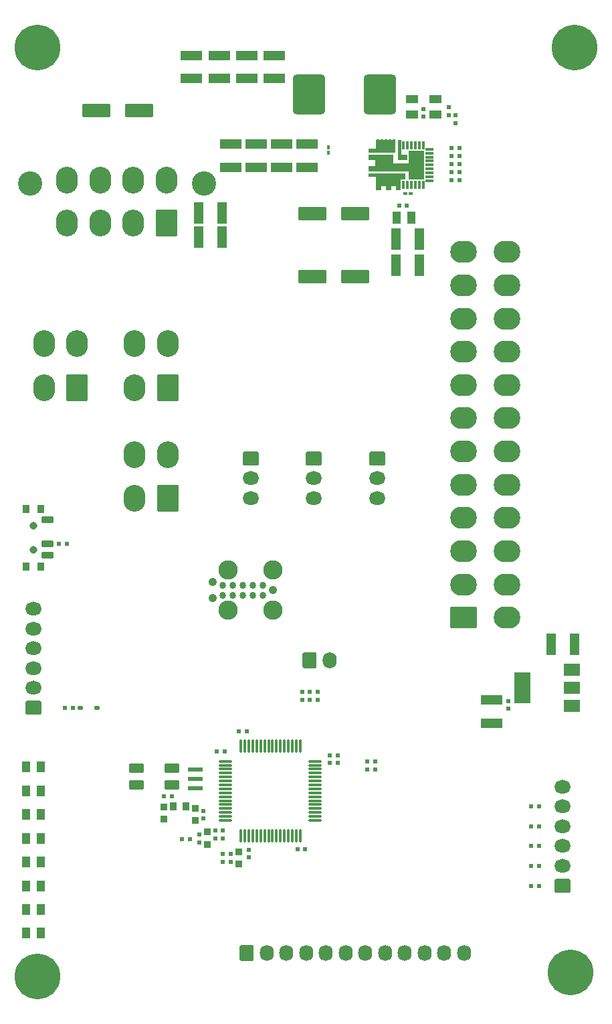
<source format=gts>
%FSLAX23Y23*%
%MOIN*%
%SFA1B1*%

%IPPOS*%
%AMD65*
4,1,8,0.017200,-0.016500,0.017200,0.016500,0.012600,0.021200,-0.012600,0.021200,-0.017200,0.016500,-0.017200,-0.016500,-0.012600,-0.021200,0.012600,-0.021200,0.017200,-0.016500,0.0*
1,1,0.009300,0.012600,-0.016500*
1,1,0.009300,0.012600,0.016500*
1,1,0.009300,-0.012600,0.016500*
1,1,0.009300,-0.012600,-0.016500*
%
%AMD66*
4,1,8,0.031000,-0.011000,0.031000,0.011000,0.026800,0.015300,-0.026800,0.015300,-0.031000,0.011000,-0.031000,-0.011000,-0.026800,-0.015300,0.026800,-0.015300,0.031000,-0.011000,0.0*
1,1,0.008500,0.026800,-0.011000*
1,1,0.008500,0.026800,0.011000*
1,1,0.008500,-0.026800,0.011000*
1,1,0.008500,-0.026800,-0.011000*
%
%AMD68*
4,1,8,-0.009600,-0.010400,0.009600,-0.010400,0.013300,-0.006600,0.013300,0.006600,0.009600,0.010400,-0.009600,0.010400,-0.013300,0.006600,-0.013300,-0.006600,-0.009600,-0.010400,0.0*
1,1,0.007420,-0.009600,-0.006600*
1,1,0.007420,0.009600,-0.006600*
1,1,0.007420,0.009600,0.006600*
1,1,0.007420,-0.009600,0.006600*
%
%AMD73*
4,1,8,0.031200,0.023100,-0.031200,0.023100,-0.035900,0.018400,-0.035900,-0.018400,-0.031200,-0.023100,0.031200,-0.023100,0.035900,-0.018400,0.035900,0.018400,0.031200,0.023100,0.0*
1,1,0.009480,0.031200,0.018400*
1,1,0.009480,-0.031200,0.018400*
1,1,0.009480,-0.031200,-0.018400*
1,1,0.009480,0.031200,-0.018400*
%
%AMD75*
4,1,8,0.029000,0.007400,-0.029000,0.007400,-0.032000,0.004400,-0.032000,-0.004400,-0.029000,-0.007400,0.029000,-0.007400,0.032000,-0.004400,0.032000,0.004400,0.029000,0.007400,0.0*
1,1,0.005940,0.029000,0.004400*
1,1,0.005940,-0.029000,0.004400*
1,1,0.005940,-0.029000,-0.004400*
1,1,0.005940,0.029000,-0.004400*
%
%AMD76*
4,1,8,0.004400,0.032000,-0.004400,0.032000,-0.007400,0.029000,-0.007400,-0.029000,-0.004400,-0.032000,0.004400,-0.032000,0.007400,-0.029000,0.007400,0.029000,0.004400,0.032000,0.0*
1,1,0.005940,0.004400,0.029000*
1,1,0.005940,-0.004400,0.029000*
1,1,0.005940,-0.004400,-0.029000*
1,1,0.005940,0.004400,-0.029000*
%
%AMD80*
4,1,8,-0.063000,-0.099000,0.063000,-0.099000,0.080200,-0.081800,0.080200,0.081800,0.063000,0.099000,-0.063000,0.099000,-0.080200,0.081800,-0.080200,-0.081800,-0.063000,-0.099000,0.0*
1,1,0.034480,-0.063000,-0.081800*
1,1,0.034480,0.063000,-0.081800*
1,1,0.034480,0.063000,0.081800*
1,1,0.034480,-0.063000,0.081800*
%
%AMD82*
4,1,8,-0.063900,-0.033000,0.063900,-0.033000,0.070400,-0.026400,0.070400,0.026400,0.063900,0.033000,-0.063900,0.033000,-0.070400,0.026400,-0.070400,-0.026400,-0.063900,-0.033000,0.0*
1,1,0.013080,-0.063900,-0.026400*
1,1,0.013080,0.063900,-0.026400*
1,1,0.013080,0.063900,0.026400*
1,1,0.013080,-0.063900,0.026400*
%
%AMD88*
4,1,8,-0.048400,-0.066500,0.048400,-0.066500,0.054600,-0.060200,0.054600,0.060200,0.048400,0.066500,-0.048400,0.066500,-0.054600,0.060200,-0.054600,-0.060200,-0.048400,-0.066500,0.0*
1,1,0.012560,-0.048400,-0.060200*
1,1,0.012560,0.048400,-0.060200*
1,1,0.012560,0.048400,0.060200*
1,1,0.012560,-0.048400,0.060200*
%
%AMD89*
4,1,8,0.000000,-0.066500,0.000000,-0.066500,0.054600,-0.011800,0.054600,0.011800,0.000000,0.066500,0.000000,0.066500,-0.054600,0.011800,-0.054600,-0.011800,0.000000,-0.066500,0.0*
1,1,0.109300,0.000000,-0.011800*
1,1,0.109300,0.000000,-0.011800*
1,1,0.109300,0.000000,0.011800*
1,1,0.109300,0.000000,0.011800*
%
%AMD90*
4,1,8,0.039900,-0.028400,0.039900,0.028400,0.033400,0.035000,-0.033400,0.035000,-0.039900,0.028400,-0.039900,-0.028400,-0.033400,-0.035000,0.033400,-0.035000,0.039900,-0.028400,0.0*
1,1,0.013040,0.033400,-0.028400*
1,1,0.013040,0.033400,0.028400*
1,1,0.013040,-0.033400,0.028400*
1,1,0.013040,-0.033400,-0.028400*
%
%AMD91*
4,1,8,0.039900,0.000000,0.039900,0.000000,0.004900,0.035000,-0.004900,0.035000,-0.039900,0.000000,-0.039900,0.000000,-0.004900,-0.035000,0.004900,-0.035000,0.039900,0.000000,0.0*
1,1,0.069920,0.004900,0.000000*
1,1,0.069920,0.004900,0.000000*
1,1,0.069920,-0.004900,0.000000*
1,1,0.069920,-0.004900,0.000000*
%
%AMD92*
4,1,8,0.000000,0.040900,0.000000,0.040900,-0.035000,0.005900,-0.035000,-0.005900,0.000000,-0.040900,0.000000,-0.040900,0.035000,-0.005900,0.035000,0.005900,0.000000,0.040900,0.0*
1,1,0.069920,0.000000,0.005900*
1,1,0.069920,0.000000,0.005900*
1,1,0.069920,0.000000,-0.005900*
1,1,0.069920,0.000000,-0.005900*
%
%AMD93*
4,1,8,0.028400,0.040900,-0.028400,0.040900,-0.035000,0.034300,-0.035000,-0.034300,-0.028400,-0.040900,0.028400,-0.040900,0.035000,-0.034300,0.035000,0.034300,0.028400,0.040900,0.0*
1,1,0.013040,0.028400,0.034300*
1,1,0.013040,-0.028400,0.034300*
1,1,0.013040,-0.028400,-0.034300*
1,1,0.013040,0.028400,-0.034300*
%
%AMD95*
4,1,8,0.000000,0.039900,0.000000,0.039900,-0.035000,0.004900,-0.035000,-0.004900,0.000000,-0.039900,0.000000,-0.039900,0.035000,-0.004900,0.035000,0.004900,0.000000,0.039900,0.0*
1,1,0.069920,0.000000,0.004900*
1,1,0.069920,0.000000,0.004900*
1,1,0.069920,0.000000,-0.004900*
1,1,0.069920,0.000000,-0.004900*
%
%AMD96*
4,1,8,0.028400,0.039900,-0.028400,0.039900,-0.035000,0.033400,-0.035000,-0.033400,-0.028400,-0.039900,0.028400,-0.039900,0.035000,-0.033400,0.035000,0.033400,0.028400,0.039900,0.0*
1,1,0.013040,0.028400,0.033400*
1,1,0.013040,-0.028400,0.033400*
1,1,0.013040,-0.028400,-0.033400*
1,1,0.013040,0.028400,-0.033400*
%
%AMD100*
4,1,8,-0.066500,0.048400,-0.066500,-0.048400,-0.060200,-0.054600,0.060200,-0.054600,0.066500,-0.048400,0.066500,0.048400,0.060200,0.054600,-0.060200,0.054600,-0.066500,0.048400,0.0*
1,1,0.012560,-0.060200,0.048400*
1,1,0.012560,-0.060200,-0.048400*
1,1,0.012560,0.060200,-0.048400*
1,1,0.012560,0.060200,0.048400*
%
%AMD101*
4,1,8,-0.066500,0.000000,-0.066500,0.000000,-0.011800,-0.054600,0.011800,-0.054600,0.066500,0.000000,0.066500,0.000000,0.011800,0.054600,-0.011800,0.054600,-0.066500,0.000000,0.0*
1,1,0.109300,-0.011800,0.000000*
1,1,0.109300,-0.011800,0.000000*
1,1,0.109300,0.011800,0.000000*
1,1,0.109300,0.011800,0.000000*
%
%ADD58R,0.003030X0.003030*%
%ADD59R,0.014800X0.039210*%
%ADD60R,0.039210X0.014800*%
%ADD61R,0.041380X0.058110*%
%ADD62R,0.047990X0.107990*%
%ADD63R,0.023460X0.022680*%
%ADD64R,0.107990X0.047990*%
G04~CAMADD=65~8~0.0~0.0~423.6~344.9~46.5~0.0~15~0.0~0.0~0.0~0.0~0~0.0~0.0~0.0~0.0~0~0.0~0.0~0.0~270.0~345.0~423.0*
%ADD65D65*%
G04~CAMADD=66~8~0.0~0.0~305.5~620.5~42.5~0.0~15~0.0~0.0~0.0~0.0~0~0.0~0.0~0.0~0.0~0~0.0~0.0~0.0~270.0~621.0~306.0*
%ADD66D66*%
%ADD67R,0.022990X0.024990*%
G04~CAMADD=68~8~0.0~0.0~266.1~207.1~37.1~0.0~15~0.0~0.0~0.0~0.0~0~0.0~0.0~0.0~0.0~0~0.0~0.0~0.0~180.0~267.0~207.0*
%ADD68D68*%
%ADD69R,0.035280X0.037990*%
%ADD70R,0.034490X0.040390*%
%ADD71R,0.022680X0.023460*%
%ADD72R,0.071890X0.018740*%
G04~CAMADD=73~8~0.0~0.0~718.9~463.0~47.4~0.0~15~0.0~0.0~0.0~0.0~0~0.0~0.0~0.0~0.0~0~0.0~0.0~0.0~0.0~718.9~463.0*
%ADD73D73*%
%ADD74R,0.024990X0.022990*%
G04~CAMADD=75~8~0.0~0.0~640.2~148.0~29.7~0.0~15~0.0~0.0~0.0~0.0~0~0.0~0.0~0.0~0.0~0~0.0~0.0~0.0~0.0~640.2~148.0*
%ADD75D75*%
G04~CAMADD=76~8~0.0~0.0~148.0~640.2~29.7~0.0~15~0.0~0.0~0.0~0.0~0~0.0~0.0~0.0~0.0~0~0.0~0.0~0.0~0.0~148.0~640.2*
%ADD76D76*%
%ADD77C,0.033990*%
%ADD78R,0.081730X0.062050*%
%ADD79R,0.081730X0.152600*%
G04~CAMADD=80~8~0.0~0.0~1604.7~1979.9~172.4~0.0~15~0.0~0.0~0.0~0.0~0~0.0~0.0~0.0~0.0~0~0.0~0.0~0.0~180.0~1605.0~1980.0*
%ADD80D80*%
%ADD81R,0.024650X0.022680*%
G04~CAMADD=82~8~0.0~0.0~1407.9~659.8~65.4~0.0~15~0.0~0.0~0.0~0.0~0~0.0~0.0~0.0~0.0~0~0.0~0.0~0.0~180.0~1408.0~660.0*
%ADD82D82*%
%ADD83R,0.016770X0.020710*%
%ADD84R,0.020710X0.016770*%
%ADD85R,0.022680X0.024650*%
%ADD86R,0.042990X0.058990*%
%ADD87R,0.058990X0.042990*%
G04~CAMADD=88~8~0.0~0.0~1092.9~1329.1~62.8~0.0~15~0.0~0.0~0.0~0.0~0~0.0~0.0~0.0~0.0~0~0.0~0.0~0.0~180.0~1094.0~1329.0*
%ADD88D88*%
G04~CAMADD=89~8~0.0~0.0~1092.9~1329.1~546.5~0.0~15~0.0~0.0~0.0~0.0~0~0.0~0.0~0.0~0.0~0~0.0~0.0~0.0~180.0~1094.0~1329.0*
%ADD89D89*%
G04~CAMADD=90~8~0.0~0.0~699.2~797.6~65.2~0.0~15~0.0~0.0~0.0~0.0~0~0.0~0.0~0.0~0.0~0~0.0~0.0~0.0~270.0~798.0~700.0*
%ADD90D90*%
G04~CAMADD=91~8~0.0~0.0~699.2~797.6~349.6~0.0~15~0.0~0.0~0.0~0.0~0~0.0~0.0~0.0~0.0~0~0.0~0.0~0.0~270.0~798.0~700.0*
%ADD91D91*%
G04~CAMADD=92~8~0.0~0.0~699.2~817.3~349.6~0.0~15~0.0~0.0~0.0~0.0~0~0.0~0.0~0.0~0.0~0~0.0~0.0~0.0~0.0~699.2~817.3*
%ADD92D92*%
G04~CAMADD=93~8~0.0~0.0~699.2~817.3~65.2~0.0~15~0.0~0.0~0.0~0.0~0~0.0~0.0~0.0~0.0~0~0.0~0.0~0.0~0.0~699.2~817.3*
%ADD93D93*%
%ADD94C,0.038420*%
G04~CAMADD=95~8~0.0~0.0~699.2~797.6~349.6~0.0~15~0.0~0.0~0.0~0.0~0~0.0~0.0~0.0~0.0~0~0.0~0.0~0.0~0.0~699.2~797.6*
%ADD95D95*%
G04~CAMADD=96~8~0.0~0.0~699.2~797.6~65.2~0.0~15~0.0~0.0~0.0~0.0~0~0.0~0.0~0.0~0.0~0~0.0~0.0~0.0~0.0~699.2~797.6*
%ADD96D96*%
%ADD97C,0.041990*%
%ADD98C,0.096490*%
%ADD99C,0.227400*%
G04~CAMADD=100~8~0.0~0.0~1092.9~1329.1~62.8~0.0~15~0.0~0.0~0.0~0.0~0~0.0~0.0~0.0~0.0~0~0.0~0.0~0.0~90.0~1330.0~1093.0*
%ADD100D100*%
G04~CAMADD=101~8~0.0~0.0~1092.9~1329.1~546.5~0.0~15~0.0~0.0~0.0~0.0~0~0.0~0.0~0.0~0.0~0~0.0~0.0~0.0~90.0~1330.0~1093.0*
%ADD101D101*%
%ADD102C,0.121100*%
%LNbenchypowersupplypcb-1*%
%LPD*%
G36*
X2117Y4618D02*
X2117Y4618D01*
X2117Y4618*
X2117Y4618*
X2118Y4618*
X2118Y4618*
X2118Y4617*
X2118Y4617*
Y4581*
Y4555*
X2118Y4555*
X2118Y4554*
X2118Y4554*
X2117Y4554*
X2117Y4554*
X2117Y4554*
X2117Y4554*
X2116Y4554*
X1987*
X1986Y4554*
X1986Y4554*
X1986Y4554*
X1985Y4554*
X1985Y4554*
X1985Y4554*
X1985Y4555*
X1985Y4555*
Y4571*
X1985Y4571*
X1985Y4571*
X1985Y4572*
X1985Y4572*
X1986Y4572*
X1986Y4572*
X1986Y4572*
X1987Y4572*
X2022*
Y4617*
X2022Y4617*
X2023Y4618*
X2023Y4618*
X2023Y4618*
X2023Y4618*
X2023Y4618*
X2024Y4618*
X2024Y4619*
X2038*
X2038Y4618*
X2038Y4618*
X2039Y4618*
X2039Y4618*
X2039Y4618*
X2039Y4618*
X2039Y4617*
X2039Y4617*
Y4582*
X2042*
Y4617*
X2042Y4617*
X2042Y4618*
X2042Y4618*
X2043Y4618*
X2043Y4618*
X2043Y4618*
X2043Y4618*
X2044Y4619*
X2057*
X2058Y4618*
X2058Y4618*
X2058Y4618*
X2058Y4618*
X2059Y4618*
X2059Y4618*
X2059Y4617*
X2059Y4617*
Y4582*
X2062*
Y4617*
X2062Y4617*
X2062Y4618*
X2062Y4618*
X2062Y4618*
X2062Y4618*
X2063Y4618*
X2063Y4618*
X2063Y4619*
X2077*
X2077Y4618*
X2078Y4618*
X2078Y4618*
X2078Y4618*
X2078Y4618*
X2078Y4618*
X2079Y4617*
X2079Y4617*
Y4582*
X2081*
Y4617*
X2081Y4617*
X2082Y4618*
X2082Y4618*
X2082Y4618*
X2082Y4618*
X2082Y4618*
X2083Y4618*
X2083Y4619*
X2097*
X2097Y4618*
X2097Y4618*
X2098Y4618*
X2098Y4618*
X2098Y4618*
X2098Y4618*
X2098Y4617*
X2098Y4617*
Y4582*
X2101*
Y4617*
X2101Y4617*
X2101Y4618*
X2101Y4618*
X2102Y4618*
X2102Y4618*
X2102Y4618*
X2102Y4618*
X2103Y4619*
X2116*
X2117Y4618*
G37*
G36*
X2146Y4618D02*
X2146Y4617D01*
X2147Y4617*
X2147Y4617*
X2147Y4617*
X2147Y4617*
X2147Y4616*
X2147Y4616*
Y4569*
Y4543*
X2176*
X2177Y4543*
X2177Y4543*
X2177Y4542*
X2177Y4542*
X2178Y4542*
X2178Y4542*
X2178Y4542*
X2178Y4541*
Y4518*
X2178Y4517*
X2178Y4517*
X2178Y4517*
X2177Y4517*
X2177Y4516*
X2177Y4516*
X2177Y4516*
X2176Y4516*
X2132*
X2132Y4516*
X2131Y4516*
X2131Y4516*
X2131Y4517*
X2131Y4517*
X2131Y4517*
X2131Y4517*
X2131Y4518*
Y4616*
X2131Y4616*
X2131Y4617*
X2131Y4617*
X2131Y4617*
X2131Y4617*
X2131Y4617*
X2132Y4618*
X2132Y4618*
X2146*
X2146Y4618*
G37*
G36*
X2259Y4564D02*
X2260Y4564D01*
X2260Y4564*
X2260Y4564*
X2260Y4564*
X2261Y4563*
X2261Y4563*
X2261Y4563*
Y4421*
X2261Y4421*
X2261Y4421*
X2260Y4420*
X2260Y4420*
X2260Y4420*
X2260Y4420*
X2259Y4420*
X2259Y4420*
X2186*
X2186Y4420*
X2186Y4420*
X2185Y4420*
X2185Y4420*
X2185Y4420*
X2185Y4421*
X2185Y4421*
X2185Y4421*
Y4460*
X1986*
X1986Y4460*
X1986Y4460*
X1986Y4460*
X1985Y4460*
X1985Y4461*
X1985Y4461*
X1985Y4461*
X1985Y4461*
Y4485*
X1985Y4485*
X1985Y4485*
X1985Y4485*
X1985Y4486*
X1985Y4486*
X1985Y4486*
X1985Y4486*
X1985Y4486*
X1986Y4486*
X1986Y4486*
X1986Y4486*
X1986Y4486*
X1986Y4486*
X1986Y4486*
X2017Y4486*
Y4518*
X1987*
X1986Y4518*
X1986Y4518*
X1986Y4518*
X1985Y4519*
X1985Y4519*
X1985Y4519*
X1985Y4519*
X1985Y4520*
Y4543*
X1985Y4543*
X1985Y4544*
X1985Y4544*
X1985Y4544*
X1986Y4544*
X1986Y4545*
X1986Y4545*
X1987Y4545*
X2108*
X2108Y4545*
X2108Y4545*
X2108Y4544*
X2109Y4544*
X2109Y4544*
X2109Y4544*
X2109Y4543*
X2109Y4543*
Y4501*
X2185*
Y4563*
X2185Y4563*
X2185Y4563*
X2185Y4564*
X2185Y4564*
X2185Y4564*
X2186Y4564*
X2186Y4564*
X2186Y4564*
X2259*
X2259Y4564*
G37*
G36*
X2165Y4449D02*
X2165Y4449D01*
X2166Y4449*
X2166Y4449*
X2166Y4449*
X2166Y4448*
X2166Y4448*
X2166Y4448*
Y4423*
X2166Y4422*
X2166Y4422*
X2166Y4422*
X2166Y4422*
X2166Y4421*
X2165Y4421*
X2165Y4421*
X2165Y4421*
X2145*
Y4389*
Y4368*
X2145Y4367*
X2145Y4367*
X2145Y4367*
X2145Y4367*
X2145Y4366*
X2145Y4366*
X2144Y4366*
X2144Y4366*
X2123*
X2122Y4366*
X2122Y4366*
X2122Y4366*
X2121Y4367*
X2121Y4367*
X2121Y4367*
X2121Y4367*
X2121Y4368*
Y4387*
X2097*
Y4368*
X2097Y4367*
X2097Y4367*
X2097Y4367*
X2097Y4367*
X2097Y4366*
X2096Y4366*
X2096Y4366*
X2096Y4366*
X2073*
X2073Y4366*
X2073Y4366*
X2072Y4366*
X2072Y4367*
X2072Y4367*
X2072Y4367*
X2072Y4367*
X2072Y4368*
Y4387*
X2047*
Y4368*
X2047Y4367*
X2047Y4367*
X2047Y4367*
X2047Y4367*
X2047Y4366*
X2046Y4366*
X2046Y4366*
X2046Y4366*
X2024*
X2024Y4366*
X2023Y4366*
X2023Y4366*
X2023Y4367*
X2023Y4367*
X2023Y4367*
X2022Y4367*
X2022Y4368*
Y4389*
Y4434*
X1986*
X1986Y4434*
X1986Y4434*
X1985Y4434*
X1985Y4434*
X1985Y4435*
X1985Y4435*
X1985Y4435*
X1985Y4436*
Y4448*
X1985Y4448*
X1985Y4448*
X1985Y4449*
X1985Y4449*
X1985Y4449*
X1986Y4449*
X1986Y4449*
X1986Y4449*
X2165*
X2165Y4449*
G37*
G54D58*
X2035Y4368D03*
G54D59*
X2159Y4394D03*
X2178D03*
X2198D03*
X2218D03*
X2237D03*
X2257D03*
Y4591D03*
X2237D03*
X2218D03*
X2198D03*
X2178D03*
X2159D03*
G54D60*
X2288Y4413D03*
Y4433D03*
Y4453D03*
Y4472D03*
Y4492D03*
Y4512D03*
Y4531D03*
Y4551D03*
Y4571D03*
G54D61*
X351Y1496D03*
X278D03*
X351Y1377D03*
X278D03*
X351Y1259D03*
X278D03*
X351Y1141D03*
X278D03*
X351Y1023D03*
X278D03*
X351Y905D03*
X278D03*
X351Y787D03*
X278D03*
X351Y669D03*
X278D03*
G54D62*
X1138Y4255D03*
X1254D03*
X3010Y2106D03*
X2894D03*
X1254Y4133D03*
X1138D03*
X2238Y4123D03*
X2122D03*
X2238Y3995D03*
X2122D03*
G54D63*
X2681Y1825D03*
Y1788D03*
X1161Y1278D03*
Y1240D03*
X1791Y1554D03*
Y1516D03*
X1830Y1554D03*
Y1516D03*
X1387Y1085D03*
Y1048D03*
G54D64*
X2598Y1829D03*
Y1713D03*
X1377Y5038D03*
Y4922D03*
X1515Y5038D03*
Y4922D03*
X1240Y5038D03*
Y4922D03*
X1299Y4481D03*
Y4597D03*
X1425Y4481D03*
Y4597D03*
X1551Y4481D03*
Y4597D03*
X1677Y4481D03*
Y4597D03*
X1102Y5038D03*
Y4922D03*
G54D65*
X276Y2781D03*
X352Y2494D03*
X276D03*
X352Y2781D03*
G54D66*
X383Y2549D03*
Y2608D03*
Y2726D03*
G54D67*
X512Y1791D03*
X472D03*
X2794Y905D03*
X2834D03*
X2794Y1003D03*
X2834D03*
X2794Y1102D03*
X2834D03*
X2795Y1200D03*
X2835D03*
X2795Y1299D03*
X2835D03*
X440Y2608D03*
X480D03*
X964Y1350D03*
X1004D03*
X1054Y1137D03*
X1094D03*
X2016Y1523D03*
X1976D03*
X2016Y1484D03*
X1976D03*
X2396Y4418D03*
X2436D03*
X2396Y4458D03*
X2436D03*
X2396Y4536D03*
X2436D03*
X2396Y4497D03*
X2436D03*
Y4576D03*
X2396D03*
G54D68*
X549Y1791D03*
X631D03*
G54D69*
X1122Y1290D03*
Y1229D03*
X964Y1298D03*
Y1237D03*
X1338Y1073D03*
Y1012D03*
X1181Y1172D03*
Y1111D03*
G54D70*
X1075Y1299D03*
X1010D03*
G54D71*
X1339Y1673D03*
X1377D03*
X1266Y1574D03*
X1229D03*
X1668Y1086D03*
X1630D03*
G54D72*
X1122Y1484D03*
Y1437D03*
Y1389D03*
G54D73*
X828Y1491D03*
X1005D03*
X828Y1406D03*
X1005D03*
G54D74*
X1299Y1063D03*
Y1023D03*
X1259D03*
Y1063D03*
X1141Y1161D03*
Y1121D03*
X1732Y1870D03*
Y1830D03*
X1220Y1141D03*
Y1181D03*
X1259D03*
Y1141D03*
X1692Y1870D03*
Y1830D03*
X2385Y4739D03*
Y4779D03*
X1653Y1830D03*
Y1870D03*
X2416Y4699D03*
Y4739D03*
G54D75*
X1272Y1525D03*
Y1505D03*
Y1486D03*
Y1466D03*
Y1446D03*
Y1427D03*
Y1407D03*
Y1387D03*
Y1368D03*
Y1348D03*
Y1328D03*
Y1309D03*
Y1289D03*
Y1269D03*
Y1250D03*
Y1230D03*
X1719D03*
Y1250D03*
Y1269D03*
Y1289D03*
Y1309D03*
Y1328D03*
Y1348D03*
Y1368D03*
Y1387D03*
Y1407D03*
Y1427D03*
Y1446D03*
Y1466D03*
Y1486D03*
Y1505D03*
Y1525D03*
G54D76*
X1348Y1154D03*
X1368D03*
X1387D03*
X1407D03*
X1427D03*
X1446D03*
X1466D03*
X1486D03*
X1505D03*
X1525D03*
X1545D03*
X1564D03*
X1584D03*
X1604D03*
X1624D03*
X1643D03*
Y1601D03*
X1624D03*
X1604D03*
X1584D03*
X1564D03*
X1545D03*
X1525D03*
X1505D03*
X1486D03*
X1466D03*
X1446D03*
X1427D03*
X1407D03*
X1387D03*
X1368D03*
X1348D03*
G54D77*
X1458Y2401D03*
X1408D03*
X1358D03*
X1308D03*
X1258D03*
Y2351D03*
X1308D03*
X1358D03*
X1408D03*
X1458D03*
G54D78*
X2998Y1799D03*
Y1889D03*
Y1980D03*
G54D79*
X2750Y1889D03*
G54D80*
X1686Y4844D03*
X2042Y4842D03*
G54D81*
X2259Y4770D03*
Y4732D03*
G54D82*
X627Y4763D03*
X840D03*
X1704Y3937D03*
X1917D03*
X1704Y4251D03*
X1917D03*
G54D83*
X1783Y4554D03*
Y4579D03*
G54D84*
X2193Y4349D03*
X2168D03*
G54D85*
X2175Y4290D03*
X2137D03*
G54D86*
X2123Y4231D03*
X2198D03*
G54D87*
X2200Y4745D03*
Y4820D03*
X2318Y4745D03*
Y4820D03*
G54D88*
X531Y3385D03*
X984D03*
Y2834D03*
X977Y4202D03*
G54D89*
X366Y3385D03*
X531Y3602D03*
X366D03*
X818Y3385D03*
X984Y3602D03*
X818D03*
Y3051D03*
X984D03*
X818Y2834D03*
X812Y4202D03*
X647D03*
X481D03*
X977Y4418D03*
X812D03*
X647D03*
X481D03*
G54D90*
X2027Y3031D03*
X1712D03*
X1397D03*
X2952Y905D03*
X314Y1791D03*
G54D91*
X2027Y2933D03*
Y2834D03*
X1712Y2933D03*
Y2834D03*
X1397Y2933D03*
Y2834D03*
X2952Y1003D03*
Y1102D03*
Y1200D03*
Y1299D03*
Y1397D03*
X314Y1889D03*
Y1988D03*
Y2086D03*
Y2185D03*
Y2283D03*
G54D92*
X1791Y2027D03*
G54D93*
X1692Y2027D03*
G54D94*
X314Y2578D03*
Y2696D03*
G54D95*
X2460Y570D03*
X2362D03*
X2263D03*
X2165D03*
X2066D03*
X1968D03*
X1870D03*
X1771D03*
X1673D03*
X1574D03*
X1476D03*
G54D96*
X1377Y570D03*
G54D97*
X1208Y2416D03*
Y2336D03*
X1508Y2376D03*
G54D98*
X1508Y2276D03*
X1283Y2476D03*
Y2276D03*
X1508Y2476D03*
G54D99*
X2992Y472D03*
X334Y452D03*
Y5078D03*
X3011D03*
G54D100*
X2456Y2240D03*
G54D101*
X2456Y2405D03*
Y2570D03*
Y2736D03*
Y2901D03*
Y3066D03*
Y3232D03*
Y3397D03*
Y3562D03*
Y3728D03*
Y3893D03*
Y4059D03*
X2673Y2240D03*
Y2405D03*
Y2570D03*
Y2736D03*
Y2901D03*
Y3066D03*
Y3232D03*
Y3397D03*
Y3562D03*
Y3728D03*
Y3893D03*
Y4059D03*
G54D102*
X1163Y4400D03*
X296D03*
M02*
</source>
